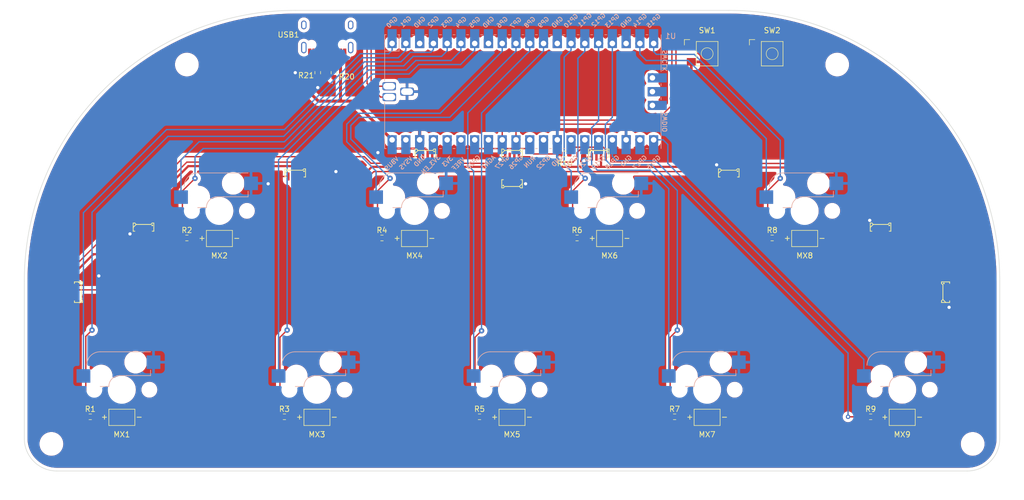
<source format=kicad_pcb>
(kicad_pcb (version 20211014) (generator pcbnew)
  (title_block (title "Pico Controller for Pop'n Music"))
  (layers (0 "F.Cu" signal) (31 "B.Cu" signal) (34 "B.Paste" user) (35 "F.Paste" user) (36 "B.SilkS" user "B.Silkscreen") (37 "F.SilkS" user "F.Silkscreen") (38 "B.Mask" user) (39 "F.Mask" user) (44 "Edge.Cuts" user))
  (net 0 "")
  (net 1 "Net-(LED1-Pad1)")
  (net 2 "GND")
  (net 3 "Net-(LED1-Pad3)")
  (net 4 "+5V")
  (net 5 "Net-(LED2-Pad3)")
  (net 6 "Net-(LED3-Pad3)")
  (net 7 "Net-(LED4-Pad3)")
  (net 8 "Net-(LED5-Pad3)")
  (net 9 "Net-(LED6-Pad3)")
  (net 10 "Net-(LED7-Pad3)")
  (net 11 "Net-(LED8-Pad3)")
  (net 12 "Net-(LED10-Pad1)")
  (net 14 "Net-(MX1-Pad3)")
  (net 15 "Net-(MX1-Pad1)")
  (net 16 "Net-(MX2-Pad3)")
  (net 17 "Net-(MX2-Pad1)")
  (net 18 "Net-(MX3-Pad3)")
  (net 19 "Net-(MX3-Pad1)")
  (net 20 "Net-(MX4-Pad3)")
  (net 21 "Net-(MX4-Pad1)")
  (net 22 "Net-(MX5-Pad3)")
  (net 23 "Net-(MX5-Pad1)")
  (net 24 "Net-(MX6-Pad3)")
  (net 25 "Net-(MX6-Pad1)")
  (net 26 "Net-(MX7-Pad3)")
  (net 27 "Net-(MX7-Pad1)")
  (net 28 "Net-(MX8-Pad3)")
  (net 29 "Net-(MX8-Pad1)")
  (net 30 "Net-(MX9-Pad3)")
  (net 31 "Net-(MX9-Pad1)")
  (net 32 "Net-(R20-Pad1)")
  (net 33 "Net-(R21-Pad1)")
  (net 34 "Net-(R1-Pad1)")
  (net 35 "Net-(R2-Pad1)")
  (net 36 "Net-(R3-Pad1)")
  (net 37 "Net-(R4-Pad1)")
  (net 38 "Net-(R5-Pad1)")
  (net 39 "Net-(R6-Pad1)")
  (net 40 "Net-(R7-Pad1)")
  (net 41 "Net-(R8-Pad1)")
  (net 42 "Net-(U1-Pad24)")
  (net 43 "Net-(R10-Pad1)")
  (net 44 "Net-(SW1-Pad1)")
  (net 45 "Net-(SW2-Pad1)")
  (net 46 "Net-(U1-PadTP2)")
  (net 47 "Net-(U1-PadTP3)")
  (footprint "MX_Only:MXOnly-Popn_Button-Hotswap-LED" (layer "F.Cu") (at 183.32 132.4)
    (fp_text reference "MX7")
    (fp_text value "MX-BUTTON")
  )
  (footprint "agg:WS2812B-4020" (layer "F.Cu") (at 147.32 88.750644)
    (fp_text reference "LED2")
    (fp_text value "WS2812B-4020")
  )
  (footprint "Resistor_SMD:R_0603_1608Metric" (layer "F.Cu") (at 69.495 137.4)
    (fp_text reference "R1")
    (fp_text value "220R")
  )
  (footprint "MountingHole:MountingHole_3.2mm_M3" (layer "F.Cu") (at 207.32 72.4)
    (fp_text reference "REF**" hide)
    (fp_text value "MountingHole_3.2mm_M3")
  )
  (footprint "Resistor_SMD:R_0603_1608Metric" (layer "F.Cu") (at 157.07 88.9)
    (fp_text reference "R10")
    (fp_text value "220R")
  )
  (footprint "Resistor_SMD:R_0603_1608Metric" (layer "F.Cu") (at 195.32 104.4)
    (fp_text reference "R8")
    (fp_text value "220R")
  )
  (footprint "MX_Only:MXOnly-Popn_Button-Hotswap-LED" (layer "F.Cu") (at 219.32 132.4)
    (fp_text reference "MX9")
    (fp_text value "MX-BUTTON")
  )
  (footprint "agg:WS2812B-4020" (layer "F.Cu") (at 187.32 92.4)
    (fp_text reference "LED8")
    (fp_text value "WS2812B-4020")
  )
  (footprint "agg:WS2812B-4020" (layer "F.Cu") (at 163.32 88.750644)
    (fp_text reference "LED1")
    (fp_text value "WS2812B-4020")
  )
  (footprint "MountingHole:MountingHole_3.2mm_M3" (layer "F.Cu") (at 232.32 142.4)
    (fp_text reference "REF**" hide)
    (fp_text value "MountingHole_3.2mm_M3")
  )
  (footprint "Resistor_SMD:R_0603_1608Metric" (layer "F.Cu") (at 159.32 104.4)
    (fp_text reference "R6")
    (fp_text value "220R")
  )
  (footprint "Resistor_SMD:R_0603_1608Metric" (layer "F.Cu") (at 123.32 104.4)
    (fp_text reference "R4")
    (fp_text value "220R")
  )
  (footprint "agg:WS2812B-4020" (layer "F.Cu") (at 147.32 94.4 180)
    (fp_text reference "LED7")
    (fp_text value "WS2812B-4020")
  )
  (footprint "Resistor_SMD:R_0603_1608Metric" (layer "F.Cu") (at 105.32 137.4)
    (fp_text reference "R3")
    (fp_text value "220R")
  )
  (footprint "MX_Only:MXOnly-Popn_Button-Hotswap-LED" (layer "F.Cu") (at 201.32 99.4)
    (fp_text reference "MX8")
    (fp_text value "MX-BUTTON")
  )
  (footprint "agg:WS2812B-4020" (layer "F.Cu") (at 131.32 88.750644)
    (fp_text reference "LED3")
    (fp_text value "WS2812B-4020")
  )
  (footprint "MX_Only:MXOnly-Popn_Button-Hotswap-LED" (layer "F.Cu") (at 75.32 132.4)
    (fp_text reference "MX1")
    (fp_text value "MX-BUTTON")
  )
  (footprint "agg:WS2812B-4020" (layer "F.Cu") (at 79.32 102.4)
    (fp_text reference "LED5")
    (fp_text value "WS2812B-4020")
  )
  (footprint "MX_Only:MXOnly-Popn_Button-Hotswap-LED" (layer "F.Cu") (at 147.32 132.4)
    (fp_text reference "MX5")
    (fp_text value "MX-BUTTON")
  )
  (footprint "MX_Only:MXOnly-Popn_Button-Hotswap-LED" (layer "F.Cu") (at 129.32 99.4)
    (fp_text reference "MX4")
    (fp_text value "MX-BUTTON")
  )
  (footprint "MX_Only:MXOnly-Popn_Button-Hotswap-LED" (layer "F.Cu") (at 165.32 99.4)
    (fp_text reference "MX6")
    (fp_text value "MX-BUTTON")
  )
  (footprint "Resistor_SMD:R_0603_1608Metric" (layer "F.Cu") (at 114.47 73.9 -90)
    (fp_text reference "R20")
    (fp_text value "5K1")
  )
  (footprint "MountingHole:MountingHole_3.2mm_M3" (layer "F.Cu") (at 62.32 142.4)
    (fp_text reference "REF**" hide)
    (fp_text value "MountingHole_3.2mm_M3")
  )
  (footprint "MX_Only:MXOnly-Popn_Button-Hotswap-LED" (layer "F.Cu") (at 93.32 99.4)
    (fp_text reference "MX2")
    (fp_text value "MX-BUTTON")
  )
  (footprint "Resistor_SMD:R_0603_1608Metric" (layer "F.Cu") (at 87.32 104.4)
    (fp_text reference "R2")
    (fp_text value "220R")
  )
  (footprint "Resistor_SMD:R_0603_1608Metric" (layer "F.Cu") (at 111.47 73.9 -90)
    (fp_text reference "R21")
    (fp_text value "5K1")
  )
  (footprint "K2-1102SP-C4SC-04:KAN4542-0701C" (layer "F.Cu") (at 183.32 70.4)
    (fp_text reference "SW1")
    (fp_text value "KAN4542-0701C")
  )
  (footprint "Resistor_SMD:R_0603_1608Metric" (layer "F.Cu") (at 177.32 137.4)
    (fp_text reference "R7")
    (fp_text value "220R")
  )
  (footprint "agg:WS2812B-4020" (layer "F.Cu") (at 67.32 114.4 -90)
    (fp_text reference "LED4")
    (fp_text value "WS2812B-4020")
  )
  (footprint "agg:WS2812B-4020" (layer "F.Cu") (at 227.32 114.4 90)
    (fp_text reference "LED10")
    (fp_text value "WS2812B-4020")
  )
  (footprint "K2-1102SP-C4SC-04:KAN4542-0701C" (layer "F.Cu") (at 195.32 70.4)
    (fp_text reference "SW2")
    (fp_text value "KAN4542-0701C")
  )
  (footprint "MountingHole:MountingHole_3.2mm_M3" (layer "F.Cu") (at 87.32 72.4)
    (fp_text reference "REF**" hide)
    (fp_text value "MountingHole_3.2mm_M3")
  )
  (footprint "agg:WS2812B-4020" (layer "F.Cu") (at 107.32 92.4)
    (fp_text reference "LED6")
    (fp_text value "WS2812B-4020")
  )
  (footprint "MX_Only:MXOnly-Popn_Button-Hotswap-LED" (layer "F.Cu") (at 111.32 132.4)
    (fp_text reference "MX3")
    (fp_text value "MX-BUTTON")
  )
  (footprint "Resistor_SMD:R_0603_1608Metric" (layer "F.Cu") (at 213.495 137.4)
    (fp_text reference "R9")
    (fp_text value "220R")
  )
  (footprint "agg:WS2812B-4020" (layer "F.Cu") (at 215.32 102.4)
    (fp_text reference "LED9")
    (fp_text value "WS2812B-4020")
  )
  (footprint "Resistor_SMD:R_0603_1608Metric" (layer "F.Cu") (at 141.32 137.4)
    (fp_text reference "R5")
    (fp_text value "220R")
  )
  (footprint "Type-C:HRO-TYPE-C-31-M-12-Assembly" (layer "F.Cu") (at 113.22 62.4875 180)
    (fp_text reference "USB1")
    (fp_text value "U262-161N-4BVC11")
  )
  (footprint "MCU_RaspberryPi_and_Boards:RPi_Pico_SMD" (layer "B.Cu") (at 149.32 77.4 -90)
    (fp_text reference "U1")
    (fp_text value "Pico")
  )
  (gr_arc (start 57.32 112.4) (mid 71.964661 77.044661) (end 107.32 62.4) (layer "Edge.Cuts") (width 0.1))
  (gr_line (start 63.32 147.4) (end 231.32 147.4) (layer "Edge.Cuts") (width 0.1))
  (gr_line (start 57.32 112.4) (end 57.32 141.4) (layer "Edge.Cuts") (width 0.1))
  (gr_line (start 237.32 141.4) (end 237.32 112.4) (layer "Edge.Cuts") (width 0.1))
  (gr_arc (start 237.32 141.4) (mid 235.562641 145.642641) (end 231.32 147.4) (layer "Edge.Cuts") (width 0.1))
  (gr_line (start 187.32 62.4) (end 107.32 62.4) (layer "Edge.Cuts") (width 0.1))
  (gr_arc (start 63.32 147.4) (mid 59.077359 145.642641) (end 57.32 141.4) (layer "Edge.Cuts") (width 0.1))
  (gr_arc (start 187.32 62.4) (mid 222.675339 77.044661) (end 237.32 112.4) (layer "Edge.Cuts") (width 0.1))
  (segment (start 164.595 89.400644) (end 164.595 88.100322) (width 0.25) (layer "F.Cu") (net 1))
  (segment (start 164.595 88.100322) (end 164.144678 87.65) (width 0.25) (layer "F.Cu") (net 1))
  (segment (start 157.895 88.075) (end 157.895 88.9) (width 0.25) (layer "F.Cu") (net 1))
  (segment (start 158.32 87.65) (end 157.895 88.075) (width 0.25) (layer "F.Cu") (net 1))
  (segment (start 164.144678 87.65) (end 158.32 87.65) (width 0.25) (layer "F.Cu") (net 1))
  (segment (start 122.57 88.65) (end 123.320644 89.400644) (width 0.25) (layer "F.Cu") (net 2))
  (segment (start 130.27 83.6) (end 129.07 82.4) (width 0.6) (layer "F.Cu") (net 2))
  (segment (start 118.57 76.15) (end 118.57 73.4) (width 0.6) (layer "F.Cu") (net 2))
  (segment (start 145.57 89.4) (end 145.570644 89.400644) (width 0.25) (layer "F.Cu") (net 2))
  (segment (start 149.17 93.75) (end 148.595 93.75) (width 0.25) (layer "F.Cu") (net 2))
  (segment (start 214.045 101.875) (end 214.045 103.05) (width 0.25) (layer "F.Cu") (net 2))
  (segment (start 66.67 113.125) (end 69.345 113.125) (width 0.25) (layer "F.Cu") (net 2))
  (segment (start 106.045 93.05) (end 103.67 93.05) (width 0.25) (layer "F.Cu") (net 2))
  (segment (start 124.82 82.4) (end 118.57 76.15) (width 0.6) (layer "F.Cu") (net 2))
  (segment (start 145.07 89.9) (end 145.57 89.4) (width 0.25) (layer "F.Cu") (net 2))
  (segment (start 129.07 82.4) (end 124.82 82.4) (width 0.6) (layer "F.Cu") (net 2))
  (segment (start 145.570644 89.400644) (end 146.045 89.400644) (width 0.25) (layer "F.Cu") (net 2))
  (segment (start 161.319356 89.400644) (end 160.57 90.15) (width 0.25) (layer "F.Cu") (net 2))
  (segment (start 213.32 101.15) (end 214.045 101.875) (width 0.25) (layer "F.Cu") (net 2))
  (segment (start 162.045 89.400644) (end 161.319356 89.400644) (width 0.25) (layer "F.Cu") (net 2))
  (segment (start 76.82 103.65) (end 77.42 103.05) (width 0.25) (layer "F.Cu") (net 2))
  (segment (start 123.320644 89.400644) (end 130.045 89.400644) (width 0.25) (layer "F.Cu") (net 2))
  (segment (start 69.345 113.125) (end 71.07 111.4) (width 0.25) (layer "F.Cu") (net 2))
  (segment (start 186.045 91.875) (end 185.07 90.9) (width 0.25) (layer "F.Cu") (net 2))
  (segment (start 118.57 73.4) (end 116.445 71.275) (width 0.6) (layer "F.Cu") (net 2))
  (segment (start 77.42 103.05) (end 78.045 103.05) (width 0.25) (layer "F.Cu") (net 2))
  (segment (start 109.995 71.225) (end 108.82 72.4) (width 0.25) (layer "F.Cu") (net 2))
  (segment (start 116.445 71.275) (end 116.445 70.1825) (width 0.6) (layer "F.Cu") (net 2))
  (segment (start 130.27 86.29) (end 130.27 83.6) (width 0.6) (layer "F.Cu") (net 2))
  (segment (start 186.045 93.05) (end 186.045 91.875) (width 0.25) (layer "F.Cu") (net 2))
  (segment (start 108.82 72.4) (end 107.32 73.9) (width 0.25) (layer "F.Cu") (net 2))
  (segment (start 149.82 94.4) (end 149.17 93.75) (width 0.25) (layer "F.Cu") (net 2))
  (segment (start 227.97 115.675) (end 227.97 117.198093) (width 0.25) (layer "F.Cu") (net 2))
  (segment (start 109.995 70.1825) (end 109.995 71.225) (width 0.25) (layer "F.Cu") (net 2))
  (segment (start 103.67 93.05) (end 102.32 94.4) (width 0.25) (layer "F.Cu") (net 2))
  (via (at 76.82 103.65) (size 1) (drill 0.6) (layers "F.Cu" "B.Cu") (net 2))
  (via (at 107.32 73.9) (size 1) (drill 0.6) (layers "F.Cu" "B.Cu") (net 2))
  (via (at 102.32 94.4) (size 1) (drill 0.6) (layers "F.Cu" "B.Cu") (net 2))
  (via (at 122.57 88.65) (size 1) (drill 0.6) (layers "F.Cu" "B.Cu") (net 2))
  (via (at 227.96793 117.200163) (size 1) (drill 0.6) (layers "F.Cu" "B.Cu") (net 2))
  (via (at 149.82 94.4) (size 1) (drill 0.6) (layers "F.Cu" "B.Cu") (net 2))
  (via (at 145.07 89.9) (size 1) (drill 0.6) (layers "F.Cu" "B.Cu") (net 2))
  (via (at 111.47 76.65) (size 1) (drill 0.6) (layers "F.Cu" "B.Cu") (net 2))
  (via (at 160.57 90.15) (size 1) (drill 0.6) (layers "F.Cu" "B.Cu") (net 2))
  (via (at 185.07 90.9) (size 1) (drill 0.6) (layers "F.Cu" "B.Cu") (net 2))
  (via (at 114.82 92.15) (size 1) (drill 0.6) (layers "F.Cu" "B.Cu") (net 2))
  (via (at 213.32 101.15) (size 1) (drill 0.6) (layers "F.Cu" "B.Cu") (net 2))
  (via (at 71.07 111.4) (size 1) (drill 0.6) (layers "F.Cu" "B.Cu") (net 2))
  (segment (start 158.57 90.4) (end 151.57 90.4) (width 0.25) (layer "F.Cu") (net 3))
  (segment (start 162.57 88.15) (end 159.82 88.15) (width 0.25) (layer "F.Cu") (net 3))
  (segment (start 151.57 90.4) (end 150.570644 89.400644) (width 0.25) (layer "F.Cu") (net 3))
  (segment (start 159.32 89.65) (end 158.57 90.4) (width 0.25) (layer "F.Cu") (net 3))
  (segment (start 159.32 88.65) (end 159.32 89.65) (width 0.25) (layer "F.Cu") (net 3))
  (segment (start 162.895 88.475) (end 162.57 88.15) (width 0.25) (layer "F.Cu") (net 3))
  (segment (start 150.570644 89.400644) (end 148.595 89.400644) (width 0.25) (layer "F.Cu") (net 3))
  (segment (start 162.895 89.400644) (end 162.895 88.475) (width 0.25) (layer "F.Cu") (net 3))
  (segment (start 159.82 88.15) (end 159.32 88.65) (width 0.25) (layer "F.Cu") (net 3))
  (segment (start 118.05 79.15) (end 125.19 86.29) (width 0.55) (layer "F.Cu") (net 4))
  (segment (start 229.57 112.65) (end 229.57 113.65) (width 0.4) (layer "F.Cu") (net 4))
  (segment (start 70.07 107.4) (end 65.07 112.4) (width 0.4) (layer "F.Cu") (net 4))
  (segment (start 108.57 95.15) (end 107.745 94.325) (width 0.4) (layer "F.Cu") (net 4))
  (segment (start 163.692779 91.277221) (end 180.692779 91.277221) (width 0.4) (layer "F.Cu") (net 4))
  (segment (start 163.692779 91.277221) (end 147.692779 91.277221) (width 0.4) (layer "F.Cu") (net 4))
  (segment (start 146.895 91.9) (end 146.895 93.75) (width 0.4) (layer "F.Cu") (net 4))
  (segment (start 147.692779 91.277221) (end 147.442779 91.277221) (width 0.4) (layer "F.Cu") (net 4))
  (segment (start 229.245 113.975) (end 227.97 113.975) (width 0.4) (layer "F.Cu") (net 4))
  (segment (start 187.745 91.85) (end 188.195 91.4) (width 0.4) (layer "F.Cu") (net 4))
  (segment (start 111.32 78.9) (end 111.57 79.15) (width 0.55) (layer "F.Cu") (net 4))
  (segment (start 76.57 107.4) (end 70.07 107.4) (width 0.4) (layer "F.Cu") (net 4))
  (segment (start 115.67 70.1825) (end 115.67 79.15) (width 0.55) (layer "F.Cu") (net 4))
  (segment (start 220.57 112.15) (end 229.07 112.15) (width 0.4) (layer "F.Cu") (net 4))
  (segment (start 163.745 91.225) (end 163.692779 91.277221) (width 0.4) (layer "F.Cu") (net 4))
  (segment (start 215.745 95.825) (end 215.745 103.05) (width 0.4) (layer "F.Cu") (net 4))
  (segment (start 125.19 86.29) (end 125.19 87.52) (width 0.4) (layer "F.Cu") (net 4))
  (segment (start 187.745 93.05) (end 187.745 91.85) (width 0.4) (layer "F.Cu") (net 4))
  (segment (start 107.745 93.05) (end 107.745 91.575) (width 0.4) (layer "F.Cu") (net 4))
  (segment (start 87.57 91.15) (end 79.745 98.975) (width 0.4) (layer "F.Cu") (net 4))
  (segment (start 229.07 112.15) (end 229.57 112.65) (width 0.4) (layer "F.Cu") (net 4))
  (segment (start 163.745 89.400644) (end 163.745 91.225) (width 0.4) (layer "F.Cu") (net 4))
  (segment (start 111.57 79.15) (end 118.07 79.15) (width 0.55) (layer "F.Cu") (net 4))
  (segment (start 211.32 91.4) (end 215.745 95.825) (width 0.4) (layer "F.Cu") (net 4))
  (segment (start 117.57 95.15) (end 108.57 95.15) (width 0.4) (layer "F.Cu") (net 4))
  (segment (start 110.77 71.7) (end 110.77 70.1825) (width 0.55) (layer "F.Cu") (net 4))
  (segment (start 121.442779 91.277221) (end 117.57 95.15) (width 0.4) (layer "F.Cu") (net 4))
  (segment (start 147.745 91.225) (end 147.692779 91.277221) (width 0.25) (layer "F.Cu") (net 4))
  (segment (start 180.692779 91.277221) (end 180.697221 91.277221) (width 0.4) (layer "F.Cu") (net 4))
  (segment (start 107.745 94.325) (end 107.745 93.05) (width 0.4) (layer "F.Cu") (net 4))
  (segment (start 79.745 104.225) (end 76.57 107.4) (width 0.4) (layer "F.Cu") (net 4))
  (segment (start 187.32 94.65) (end 187.745 94.225) (width 0.4) (layer "F.Cu") (net 4))
  (segment (start 188.195 91.4) (end 211.32 91.4) (width 0.4) (layer "F.Cu") (net 4))
  (segment (start 109.57 77.15) (end 109.57 72.9) (width 0.55) (layer "F.Cu") (net 4))
  (segment (start 147.745 89.400644) (end 147.745 91.225) (width 0.4) (layer "F.Cu") (net 4))
  (segment (start 229.57 113.65) (end 229.245 113.975) (width 0.4) (layer "F.Cu") (net 4))
  (segment (start 125.57 87.9) (end 131.32 87.9) (width 0.4) (layer "F.Cu") (net 4))
  (segment (start 187.745 94.225) (end 187.745 93.05) (width 0.4) (layer "F.Cu") (net 4))
  (segment (start 65.07 114.4) (end 65.495 114.825) (width 0.4) (layer "F.Cu") (net 4))
  (segment (start 131.745 88.325) (end 131.745 89.400644) (width 0.4) (layer "F.Cu") (net 4))
  (segment (start 125.19 87.52) (end 125.57 87.9) (width 0.4) (layer "F.Cu") (net 4))
  (segment (start 215.745 107.325) (end 220.57 112.15) (width 0.4) (layer "F.Cu") (net 4))
  (segment (start 131.32 87.9) (end 131.745 88.325) (width 0.4) (layer "F.Cu") (net 4))
  (segment (start 111.32 78.9) (end 109.57 77.15) (width 0.55) (layer "F.Cu") (net 4))
  (segment (start 109.57 72.9) (end 110.77 71.7) (width 0.55) (layer "F.Cu") (net 4))
  (segment (start 107.32 91.15) (end 87.57 91.15) (width 0.4) (layer "F.Cu") (net 4))
  (segment (start 184.07 94.65) (end 187.32 94.65) (width 0.4) (layer "F.Cu") (net 4))
  (segment (start 107.745 91.575) (end 107.32 91.15) (width 0.4) (layer "F.Cu") (net 4))
  (segment (start 147.442779 91.277221) (end 146.82 91.9) (width 0.4) (layer "F.Cu") (net 4))
  (segment (start 65.495 114.825) (end 66.67 114.825) (width 0.4) (layer "F.Cu") (net 4))
  (segment (start 79.745 98.975) (end 79.745 103.05) (width 0.4) (layer "F.Cu") (net 4))
  (segment (start 180.697221 91.277221) (end 184.07 94.65) (width 0.4) (layer "F.Cu") (net 4))
  (segment (start 79.745 103.05) (end 79.745 104.225) (width 0.4) (layer "F.Cu") (net 4))
  (segment (start 146.82 91.9) (end 144.32 91.9) (width 0.4) (layer "F.Cu") (net 4))
  (segment (start 143.697221 91.277221) (end 121.442779 91.277221) (width 0.4) (layer "F.Cu") (net 4))
  (segment (start 65.07 112.4) (end 65.07 114.4) (width 0.4) (layer "F.Cu") (net 4))
  (segment (start 131.745 89.400644) (end 131.745 91.225) (width 0.4) (layer "F.Cu") (net 4))
  (segment (start 144.32 91.9) (end 143.697221 91.277221) (width 0.4) (layer "F.Cu") (net 4))
  (segment (start 215.745 103.05) (end 215.745 107.325) (width 0.4) (layer "F.Cu") (net 4))
  (segment (start 144.16015 90.624455) (end 132.827305 90.624455) (width 0.25) (layer "F.Cu") (net 5))
  (segment (start 146.895 89.400644) (end 146.895 90.575) (width 0.25) (layer "F.Cu") (net 5))
  (segment (start 132.595 90.39215) (end 132.595 89.400644) (width 0.25) (layer "F.Cu") (net 5))
  (segment (start 132.827305 90.624455) (end 132.595 90.39215) (width 0.25) (layer "F.Cu") (net 5))
  (segment (start 144.685695 91.15) (end 144.16015 90.624455) (width 0.25) (layer "F.Cu") (net 5))
  (segment (start 146.32 91.15) (end 144.685695 91.15) (width 0.25) (layer "F.Cu") (net 5))
  (segment (start 146.895 90.575) (end 146.32 91.15) (width 0.25) (layer "F.Cu") (net 5))
  (segment (start 120.07 89.4) (end 86.82 89.4) (width 0.25) (layer "F.Cu") (net 6))
  (segment (start 64.32 111.9) (end 64.32 115.025) (width 0.25) (layer "F.Cu") (net 6))
  (segment (start 64.97 115.675) (end 66.67 115.675) (width 0.25) (layer "F.Cu") (net 6))
  (segment (start 130.895 90.352357) (end 130.633127 90.61423) (width 0.25) (layer "F.Cu") (net 6))
  (segment (start 64.32 115.025) (end 64.97 115.675) (width 0.25) (layer "F.Cu") (net 6))
  (segment (start 130.633127 90.61423) (end 121.28423 90.61423) (width 0.25) (layer "F.Cu") (net 6))
  (segment (start 130.895 89.400644) (end 130.895 90.352357) (width 0.25) (layer "F.Cu") (net 6))
  (segment (start 86.82 89.4) (end 64.32 111.9) (width 0.25) (layer "F.Cu") (net 6))
  (segment (start 121.28423 90.61423) (end 120.07 89.4) (width 0.25) (layer "F.Cu") (net 6))
  (segment (start 80.595 103.05) (end 80.595 104.375) (width 0.25) (layer "F.Cu") (net 7))
  (segment (start 70.995 113.975) (end 66.67 113.975) (width 0.25) (layer "F.Cu") (net 7))
  (segment (start 80.595 104.375) (end 70.995 113.975) (width 0.25) (layer "F.Cu") (net 7))
  (segment (start 78.895 98.825) (end 78.895 103.05) (width 0.25) (layer "F.Cu") (net 8))
  (segment (start 108.57 92.509817) (end 108.57 91.4) (width 0.25) (layer "F.Cu") (net 8))
  (segment (start 107.57 90.4) (end 87.32 90.4) (width 0.25) (layer "F.Cu") (net 8))
  (segment (start 108.595 92.534817) (end 108.57 92.509817) (width 0.25) (layer "F.Cu") (net 8))
  (segment (start 108.595 93.05) (end 108.595 92.534817) (width 0.25) (layer "F.Cu") (net 8))
  (segment (start 108.57 91.4) (end 107.57 90.4) (width 0.25) (layer "F.Cu") (net 8))
  (segment (start 87.32 90.4) (end 78.895 98.825) (width 0.25) (layer "F.Cu") (net 8))
  (segment (start 143.373059 92.15) (end 121.82 92.15) (width 0.25) (layer "F.Cu") (net 9))
  (segment (start 144.973059 93.75) (end 143.373059 92.15) (width 0.25) (layer "F.Cu") (net 9))
  (segment (start 106.895 94.475) (end 106.895 93.05) (width 0.25) (layer "F.Cu") (net 9))
  (segment (start 118.07 95.9) (end 108.32 95.9) (width 0.25) (layer "F.Cu") (net 9))
  (segment (start 121.82 92.15) (end 118.07 95.9) (width 0.25) (layer "F.Cu") (net 9))
  (segment (start 146.045 93.75) (end 144.973059 93.75) (width 0.25) (layer "F.Cu") (net 9))
  (segment (start 108.32 95.9) (end 106.895 94.475) (width 0.25) (layer "F.Cu") (net 9))
  (segment (start 147.745 93.75) (end 147.745 92.475) (width 0.25) (layer "F.Cu") (net 10))
  (segment (start 180.57 92.15) (end 183.82 95.4) (width 0.25) (layer "F.Cu") (net 10))
  (segment (start 183.82 95.4) (end 187.82 95.4) (width 0.25) (layer "F.Cu") (net 10))
  (segment (start 148.07 92.15) (end 180.57 92.15) (width 0.25) (layer "F.Cu") (net 10))
  (segment (start 188.595 94.625) (end 188.595 93.05) (width 0.25) (layer "F.Cu") (net 10))
  (segment (start 187.82 95.4) (end 188.595 94.625) (width 0.25) (layer "F.Cu") (net 10))
  (segment (start 147.745 92.475) (end 148.07 92.15) (width 0.25) (layer "F.Cu") (net 10))
  (segment (start 216.595 95.675) (end 211.57 90.65) (width 0.25) (layer "F.Cu") (net 11))
  (segment (start 186.895 91.325) (end 186.895 93.05) (width 0.25) (layer "F.Cu") (net 11))
  (segment (start 216.595 103.05) (end 216.595 95.675) (width 0.25) (layer "F.Cu") (net 11))
  (segment (start 187.57 90.65) (end 186.895 91.325) (width 0.25) (layer "F.Cu") (net 11))
  (segment (start 211.57 90.65) (end 187.57 90.65) (width 0.25) (layer "F.Cu") (net 11))
  (segment (start 220.295 113.125) (end 227.97 113.125) (width 0.25) (layer "F.Cu") (net 12))
  (segment (start 214.895 103.05) (end 214.895 107.725) (width 0.25) (layer "F.Cu") (net 12))
  (segment (start 214.895 107.725) (end 220.295 113.125) (width 0.25) (layer "F.Cu") (net 12))
  (segment (start 70.4 137.48) (end 70.32 137.4) (width 0.25) (layer "F.Cu") (net 14))
  (segment (start 73.82 137.48) (end 70.4 137.48) (width 0.25) (layer "F.Cu") (net 14))
  (segment (start 125.19 68.51) (end 125.19 69.78) (width 0.25) (layer "B.Cu") (net 15))
  (segment (start 83.57 84.4) (end 68.235 99.735) (width 0.25) (layer "B.Cu") (net 15))
  (segment (start 68.235 99.735) (end 68.235 129.86) (width 0.25) (layer "B.Cu") (net 15))
  (segment (start 105.32 84.4) (end 83.57 84.4) (width 0.25) (layer "B.Cu") (net 15))
  (segment (start 119.32 70.4) (end 105.32 84.4) (width 0.25) (layer "B.Cu") (net 15))
  (segment (start 125.19 69.78) (end 124.57 70.4) (width 0.25) (layer "B.Cu") (net 15))
  (segment (start 124.57 70.4) (end 119.32 70.4) (width 0.25) (layer "B.Cu") (net 15))
  (segment (start 88.225 104.48) (end 88.145 104.4) (width 0.25) (layer "F.Cu") (net 16))
  (segment (start 91.82 104.48) (end 88.225 104.48) (width 0.25) (layer "F.Cu") (net 16))
  (segment (start 105.32 86.65) (end 89.57 86.65) (width 0.25) (layer "B.Cu") (net 17))
  (segment (start 86.235 89.985) (end 86.235 96.86) (width 0.25) (layer "B.Cu") (net 17))
  (segment (start 120.07 71.9) (end 105.32 86.65) (width 0.25) (layer "B.Cu") (net 17))
  (segment (start 132.81 69.66) (end 132.32 70.15) (width 0.25) (layer "B.Cu") (net 17))
  (segment (start 128.57 70.15) (end 126.82 71.9) (width 0.25) (layer "B.Cu") (net 17))
  (segment (start 132.32 70.15) (end 128.57 70.15) (width 0.25) (layer "B.Cu") (net 17))
  (segment (start 126.82 71.9) (end 120.07 71.9) (width 0.25) (layer "B.Cu") (net 17))
  (segment (start 89.57 86.65) (end 86.235 89.985) (width 0.25) (layer "B.Cu") (net 17))
  (segment (start 132.81 68.51) (end 132.81 69.66) (width 0.25) (layer "B.Cu") (net 17))
  (segment (start 109.82 137.48) (end 106.225 137.48) (width 0.25) (layer "F.Cu") (net 18))
  (segment (start 106.225 137.48) (end 106.145 137.4) (width 0.25) (layer "F.Cu") (net 18))
  (segment (start 129.57 71.65) (end 127.82 73.4) (width 0.25) (layer "B.Cu") (net 19))
  (segment (start 127.82 73.4) (end 120.82 73.4) (width 0.25) (layer "B.Cu") (net 19))
  (segment (start 136.07 71.65) (end 129.57 71.65) (width 0.25) (layer "B.Cu") (net 19))
  (segment (start 104.235 89.985) (end 104.235 129.86) (width 0.25) (layer "B.Cu") (net 19))
  (segment (start 120.82 73.4) (end 104.235 89.985) (width 0.25) (layer "B.Cu") (net 19))
  (segment (start 137.89 69.83) (end 136.07 71.65) (width 0.25) (layer "B.Cu") (net 19))
  (segment (start 137.89 68.51) (end 137.89 69.83) (width 0.25) (layer "B.Cu") (net 19))
  (segment (start 124.225 104.48) (end 124.145 104.4) (width 0.25) (layer "F.Cu") (net 20))
  (segment (start 127.82 104.48) (end 124.225 104.48) (width 0.25) (layer "F.Cu") (net 20))
  (segment (start 122.235 92.065) (end 122.235 96.86) (width 0.25) (layer "B.Cu") (net 21))
  (segment (start 145.51 69.96) (end 134.07 81.4) (width 0.25) (layer "B.Cu") (net 21))
  (segment (start 118.82 81.4) (end 116.82 83.4) (width 0.25) (layer "B.Cu") (net 21))
  (segment (start 134.07 81.4) (end 118.82 81.4) (width 0.25) (layer "B.Cu") (net 21))
  (segment (start 116.82 86.65) (end 122.235 92.065) (width 0.25) (layer "B.Cu") (net 21))
  (segment (start 145.51 68.51) (end 145.51 69.96) (width 0.25) (layer "B.Cu") (net 21))
  (segment (start 116.82 83.4) (end 116.82 86.65) (width 0.25) (layer "B.Cu") (net 21))
  (segment (start 142.225 137.48) (end 142.145 137.4) (width 0.25) (layer "F.Cu") (net 22))
  (segment (start 145.82 137.48) (end 142.225 137.48) (width 0.25) (layer "F.Cu") (net 22))
  (segment (start 139.158418 90.988418) (end 140.235 92.065) (width 0.25) (layer "B.Cu") (net 23))
  (segment (start 140.235 92.065) (end 140.235 129.86) (width 0.25) (layer "B.Cu") (net 23))
  (segment (start 150.59 69.88) (end 139.158418 81.311582) (width 0.25) (layer "B.Cu") (net 23))
  (segment (start 150.59 68.51) (end 150.59 69.88) (width 0.25) (layer "B.Cu") (net 23))
  (segment (start 139.158418 81.311582) (end 139.158418 90.988418) (width 0.25) (layer "B.Cu") (net 23))
  (segment (start 160.225 104.48) (end 160.145 104.4) (width 0.25) (layer "F.Cu") (net 24))
  (segment (start 163.82 104.48) (end 160.225 104.48) (width 0.25) (layer "F.Cu") (net 24))
  (segment (start 156.938388 71.031612) (end 156.938388 90.768388) (width 0.25) (layer "B.Cu") (net 25))
  (segment (start 156.938388 90.768388) (end 158.235 92.065) (width 0.25) (layer "B.Cu") (net 25))
  (segment (start 158.21 69.76) (end 156.938388 71.031612) (width 0.25) (layer "B.Cu") (net 25))
  (segment (start 158.235 92.065) (end 158.235 96.86) (width 0.25) (layer "B.Cu") (net 25))
  (segment (start 158.21 68.51) (end 158.21 69.76) (width 0.25) (layer "B.Cu") (net 25))
  (segment (start 181.82 137.48) (end 178.225 137.48) (width 0.25) (layer "F.Cu") (net 26))
  (segment (start 178.225 137.48) (end 178.145 137.4) (width 0.25) (layer "F.Cu") (net 26))
  (segment (start 176.235 95.315) (end 176.235 129.86) (width 0.25) (layer "B.Cu") (net 27))
  (segment (start 163.29 68.51) (end 163.29 82.775) (width 0.25) (layer "B.Cu") (net 27))
  (segment (start 163.081 91.9) (end 172.82 91.9) (width 0.25) (layer "B.Cu") (net 27))
  (segment (start 162.009966 84.055034) (end 162.009966 90.828966) (width 0.25) (layer "B.Cu") (net 27))
  (segment (start 163.29 82.775) (end 162.009966 84.055034) (width 0.25) (layer "B.Cu") (net 27))
  (segment (start 162.009966 90.828966) (end 163.081 91.9) (width 0.25) (layer "B.Cu") (net 27))
  (segment (start 172.82 91.9) (end 176.235 95.315) (width 0.25) (layer "B.Cu") (net 27))
  (segment (start 199.82 104.48) (end 196.225 104.48) (width 0.25) (layer "F.Cu") (net 28))
  (segment (start 196.225 104.48) (end 196.145 104.4) (width 0.25) (layer "F.Cu") (net 28))
  (segment (start 179.82 71.65) (end 194.235 86.065) (width 0.25) (layer "B.Cu") (net 29))
  (segment (start 194.235 86.065) (end 194.235 96.86) (width 0.25) (layer "B.Cu") (net 29))
  (segment (start 172.07 71.65) (end 170.91 70.49) (width 0.25) (layer "B.Cu") (net 29))
  (segment (start 170.91 70.49) (end 170.91 68.51) (width 0.25) (layer "B.Cu") (net 29))
  (segment (start 179.82 71.65) (end 172.07 71.65) (width 0.25) (layer "B.Cu") (net 29))
  (segment (start 214.4 137.48) (end 214.32 137.4) (width 0.25) (layer "F.Cu") (net 30))
  (segment (start 217.82 137.48) (end 214.4 137.48) (width 0.25) (layer "F.Cu") (net 30))
  (segment (start 173.45 86.29) (end 175.21 86.29) (width 0.25) (layer "B.Cu") (net 31))
  (segment (start 176.07 87.15) (end 176.07 90.65) (width 0.25) (layer "B.Cu") (net 31))
  (segment (start 176.07 90.65) (end 212.235 126.815) (width 0.25) (layer "B.Cu") (net 31))
  (segment (start 175.21 86.29) (end 176.07 87.15) (width 0.25) (layer "B.Cu") (net 31))
  (segment (start 212.235 126.815) (end 212.235 129.86) (width 0.25) (layer "B.Cu") (net 31))
  (segment (start 114.47 73.075) (end 114.47 70.1825) (width 0.25) (layer "F.Cu") (net 32))
  (segment (start 111.47 73.075) (end 111.47 70.1825) (width 0.25) (layer "F.Cu") (net 33))
  (segment (start 68.67 122.55) (end 68.67 137.4) (width 0.25) (layer "F.Cu") (net 34))
  (segment (start 69.82 121.4) (end 68.67 122.55) (width 0.25) (layer "F.Cu") (net 34))
  (via (at 69.82 121.4) (size 1) (drill 0.4) (layers "F.Cu" "B.Cu") (net 34))
  (segment (start 69.82 121.4) (end 69.82 99.65) (width 0.25) (layer "B.Cu") (net 34))
  (segment (start 126.32 71.15) (end 127.73 69.74) (width 0.25) (layer "B.Cu") (net 34))
  (segment (start 83.82 85.65) (end 105.195 85.65) (width 0.25) (layer "B.Cu") (net 34))
  (segment (start 127.73 69.74) (end 127.73 68.51) (width 0.25) (layer "B.Cu") (net 34))
  (segment (start 105.195 85.65) (end 119.695 71.15) (width 0.25) (layer "B.Cu") (net 34))
  (segment (start 119.695 71.15) (end 126.32 71.15) (width 0.25) (layer "B.Cu") (net 34))
  (segment (start 69.82 99.65) (end 83.82 85.65) (width 0.25) (layer "B.Cu") (net 34))
  (segment (start 86.495 95.725) (end 88.82 93.4) (width 0.25) (layer "F.Cu") (net 35))
  (segment (start 86.495 104.4) (end 86.495 95.725) (width 0.25) (layer "F.Cu") (net 35))
  (via (at 88.82 93.4) (size 1) (drill 0.4) (layers "F.Cu" "B.Cu") (net 35))
  (segment (start 120.445 72.65) (end 105.195 87.9) (width 0.25) (layer "B.Cu") (net 35))
  (segment (start 88.82 89.4) (end 88.82 93.4) (width 0.25) (layer "B.Cu") (net 35))
  (segment (start 105.195 87.9) (end 90.32 87.9) (width 0.25) (layer "B.Cu") (net 35))
  (segment (start 135.35 68.51) (end 135.35 69.87) (width 0.25) (layer "B.Cu") (net 35))
  (segment (start 134.32 70.9) (end 129.07 70.9) (width 0.25) (layer "B.Cu") (net 35))
  (segment (start 90.32 87.9) (end 88.82 89.4) (width 0.25) (layer "B.Cu") (net 35))
  (segment (start 129.07 70.9) (end 127.32 72.65) (width 0.25) (layer "B.Cu") (net 35))
  (segment (start 127.32 72.65) (end 120.445 72.65) (width 0.25) (layer "B.Cu") (net 35))
  (segment (start 135.35 69.87) (end 134.32 70.9) (width 0.25) (layer "B.Cu") (net 35))
  (segment (start 105.82 121.4) (end 104.495 122.725) (width 0.25) (layer "F.Cu") (net 36))
  (segment (start 104.495 122.725) (end 104.495 137.4) (width 0.25) (layer "F.Cu") (net 36))
  (via (at 105.82 121.4) (size 1) (drill 0.4) (layers "F.Cu" "B.Cu") (net 36))
  (segment (start 128.32 74.15) (end 130.07 72.4) (width 0.25) (layer "B.Cu") (net 36))
  (segment (start 121.57 74.15) (end 128.32 74.15) (width 0.25) (layer "B.Cu") (net 36))
  (segment (start 130.07 72.4) (end 137.82 72.4) (width 0.25) (layer "B.Cu") (net 36))
  (segment (start 140.43 69.79) (end 140.43 68.51) (width 0.25) (layer "B.Cu") (net 36))
  (segment (start 105.82 121.4) (end 105.82 89.9) (width 0.25) (layer "B.Cu") (net 36))
  (segment (start 105.82 89.9) (end 121.57 74.15) (width 0.25) (layer "B.Cu") (net 36))
  (segment (start 137.82 72.4) (end 140.43 69.79) (width 0.25) (layer "B.Cu") (net 36))
  (segment (start 122.495 104.4) (end 122.495 95.725) (width 0.25) (layer "F.Cu") (net 37))
  (segment (start 122.495 95.725) (end 124.82 93.4) (width 0.25) (layer "F.Cu") (net 37))
  (via (at 124.82 93.4) (size 1) (drill 0.4) (layers "F.Cu" "B.Cu") (net 37))
  (segment (start 148.05 68.51) (end 148.05 69.92) (width 0.25) (layer "B.Cu") (net 37))
  (segment (start 119.07 82.15) (end 117.57 83.65) (width 0.25) (layer "B.Cu") (net 37))
  (segment (start 135.82 82.15) (end 119.07 82.15) (width 0.25) (layer "B.Cu") (net 37))
  (segment (start 117.57 83.65) (end 117.57 86.15) (width 0.25) (layer "B.Cu") (net 37))
  (segment (start 148.05 69.92) (end 135.82 82.15) (width 0.25) (layer "B.Cu") (net 37))
  (segment (start 117.57 86.15) (end 124.82 93.4) (width 0.25) (layer "B.Cu") (net 37))
  (segment (start 140.495 122.723364) (end 140.495 137.4) (width 0.25) (layer "F.Cu") (net 38))
  (segment (start 141.694182 121.524182) (end 140.495 122.723364) (width 0.25) (layer "F.Cu") (net 38))
  (via (at 141.694182 121.524182) (size 1) (drill 0.4) (layers "F.Cu" "B.Cu") (net 38))
  (segment (start 141.694182 121.524182) (end 141.694182 81.337519) (width 0.25) (layer "B.Cu") (net 38))
  (segment (start 141.694182 81.337519) (end 153.13 69.901701) (width 0.25) (layer "B.Cu") (net 38))
  (segment (start 153.13 69.901701) (end 153.13 68.51) (width 0.25) (layer "B.Cu") (net 38))
  (segment (start 158.495 95.725) (end 160.82 93.4) (width 0.25) (layer "F.Cu") (net 39))
  (segment (start 158.495 104.4) (end 158.495 95.725) (width 0.25) (layer "F.Cu") (net 39))
  (via (at 160.82 93.4) (size 1) (drill 0.4) (layers "F.Cu" "B.Cu") (net 39))
  (segment (start 159.475807 71.244193) (end 159.475807 92.055807) (width 0.25) (layer "B.Cu") (net 39))
  (segment (start 159.475807 92.055807) (end 160.82 93.4) (width 0.25) (layer "B.Cu") (net 39))
  (segment (start 160.75 68.51) (end 160.75 69.97) (width 0.25) (layer "B.Cu") (net 39))
  (segment (start 160.75 69.97) (end 159.475807 71.244193) (width 0.25) (layer "B.Cu") (net 39))
  (segment (start 176.495 122.725) (end 176.495 137.4) (width 0.25) (layer "F.Cu") (net 40))
  (segment (start 177.82 121.4) (end 176.495 122.725) (width 0.25) (layer "F.Cu") (net 40))
  (via (at 177.82 121.4) (size 1) (drill 0.4) (layers "F.Cu" "B.Cu") (net 40))
  (segment (start 164.545114 83.424886) (end 164.545114 89.935114) (width 0.25) (layer "B.Cu") (net 40))
  (segment (start 165.51 90.9) (end 173.07 90.9) (width 0.25) (layer "B.Cu") (net 40))
  (segment (start 165.83 82.14) (end 164.545114 83.424886) (width 0.25) (layer "B.Cu") (net 40))
  (segment (start 165.83 68.51) (end 165.83 82.14) (width 0.25) (layer "B.Cu") (net 40))
  (segment (start 164.545114 89.935114) (end 165.51 90.9) (width 0.25) (layer "B.Cu") (net 40))
  (segment (start 177.82 95.65) (end 177.82 121.4) (width 0.25) (layer "B.Cu") (net 40))
  (segment (start 173.07 90.9) (end 177.82 95.65) (width 0.25) (layer "B.Cu") (net 40))
  (segment (start 194.495 104.4) (end 194.495 95.725) (width 0.25) (layer "F.Cu") (net 41))
  (segment (start 194.495 95.725) (end 196.82 93.4) (width 0.25) (layer "F.Cu") (net 41))
  (via (at 196.82 93.4) (size 1) (drill 0.4) (layers "F.Cu" "B.Cu") (net 41))
  (segment (start 173.45 70.03) (end 173.45 68.51) (width 0.25) (layer "B.Cu") (net 41))
  (segment (start 196.82 86.4) (end 196.82 93.4) (width 0.25) (layer "B.Cu") (net 41))
  (segment (start 173.945 70.525) (end 173.45 70.03) (width 0.25) (layer "B.Cu") (net 41))
  (segment (start 180.945 70.525) (end 173.945 70.525) (width 0.25) (layer "B.Cu") (net 41))
  (segment (start 180.945 70.525) (end 196.82 86.4) (width 0.25) (layer "B.Cu") (net 41))
  (segment (start 212.67 137.4) (end 209.32 137.4) (width 0.25) (layer "F.Cu") (net 42))
  (via (at 209.32 137.4) (size 0.8) (drill 0.4) (layers "F.Cu" "B.Cu") (net 42))
  (segment (start 165.83 89.315) (end 165.83 86.29) (width 0.25) (layer "B.Cu") (net 42))
  (segment (start 209.32 137.4) (end 209.32 125.65) (width 0.25) (layer "B.Cu") (net 42))
  (segment (start 173.82 90.15) (end 166.665 90.15) (width 0.25) (layer "B.Cu") (net 42))
  (segment (start 209.32 125.65) (end 173.82 90.15) (width 0.25) (layer "B.Cu") (net 42))
  (segment (start 166.665 90.15) (end 165.83 89.315) (width 0.25) (layer "B.Cu") (net 42))
  (segment (start 141.07 87.9) (end 150.32 87.9) (width 0.25) (layer "F.Cu") (net 43))
  (segment (start 140.43 87.26) (end 141.07 87.9) (width 0.25) (layer "F.Cu") (net 43))
  (segment (start 150.32 87.9) (end 151.32 88.9) (width 0.25) (layer "F.Cu") (net 43))
  (segment (start 151.32 88.9) (end 156.245 88.9) (width 0.25) (layer "F.Cu") (net 43))
  (segment (start 140.43 86.29) (end 140.43 87.26) (width 0.25) (layer "F.Cu") (net 43))
  (segment (start 180.395 68.9) (end 178.32 68.9) (width 0.25) (layer "F.Cu") (net 44))
  (segment (start 180.395 68.9) (end 186.245 68.9) (width 0.25) (layer "F.Cu") (net 44))
  (segment (start 174.32 83.4) (end 148.82 83.4) (width 0.25) (layer "F.Cu") (net 44))
  (segment (start 177.57 80.15) (end 174.32 83.4) (width 0.25) (layer "F.Cu") (net 44))
  (segment (start 178.32 68.9) (end 177.57 69.65) (width 0.25) (layer "F.Cu") (net 44))
  (segment (start 148.82 83.4) (end 148.05 84.17) (width 0.25) (layer "F.Cu") (net 44))
  (segment (start 148.05 84.17) (end 148.05 86.225) (width 0.25) (layer "F.Cu") (net 44))
  (segment (start 177.57 69.65) (end 177.57 80.15) (width 0.25) (layer "F.Cu") (net 44))
  (segment (start 147.07 82.65) (end 145.51 84.21) (width 0.25) (layer "F.Cu") (net 45))
  (segment (start 192.395 67.225) (end 191.82 66.65) (width 0.25) (layer "F.Cu") (net 45))
  (segment (start 179.07 66.65) (end 176.82 68.9) (width 0.25) (layer "F.Cu") (net 45))
  (segment (start 192.395 68.9) (end 192.395 67.225) (width 0.25) (layer "F.Cu") (net 45))
  (segment (start 174.07 82.65) (end 147.07 82.65) (width 0.25) (layer "F.Cu") (net 45))
  (segment (start 192.395 68.9) (end 198.245 68.9) (width 0.25) (layer "F.Cu") (net 45))
  (segment (start 176.82 68.9) (end 176.82 79.9) (width 0.25) (layer "F.Cu") (net 45))
  (segment (start 176.82 79.9) (end 174.07 82.65) (width 0.25) (layer "F.Cu") (net 45))
  (segment (start 145.51 84.21) (end 145.51 86.225) (width 0.25) (layer "F.Cu") (net 45))
  (segment (start 191.82 66.65) (end 179.07 66.65) (width 0.25) (layer "F.Cu") (net 45))
  (segment (start 113.691876 71.788621) (end 113.97 71.510497) (width 0.25) (layer "F.Cu") (net 46))
  (segment (start 124.67 78.4) (end 123.07 78.4) (width 0.25) (layer "F.Cu") (net 46))
  (segment (start 113.97 71.510497) (end 113.97 70.1825) (width 0.25) (layer "F.Cu") (net 46))
  (segment (start 113.208621 71.788621) (end 113.691876 71.788621) (width 0.25) (layer "F.Cu") (net 46))
  (segment (start 120.57 75.9) (end 120.57 68.9) (width 0.25) (layer "F.Cu") (net 46))
  (segment (start 123.07 78.4) (end 120.57 75.9) (width 0.25) (layer "F.Cu") (net 46))
  (segment (start 113.97 68.25) (end 113.97 70.1825) (width 0.25) (layer "F.Cu") (net 46))
  (segment (start 119.07 67.4) (end 114.82 67.4) (width 0.25) (layer "F.Cu") (net 46))
  (segment (start 112.97 70.1825) (end 112.97 71.55) (width 0.25) (layer "F.Cu") (net 46))
  (segment (start 114.82 67.4) (end 113.97 68.25) (width 0.25) (layer "F.Cu") (net 46))
  (segment (start 120.57 68.9) (end 119.07 67.4) (width 0.25) (layer "F.Cu") (net 46))
  (segment (start 112.97 71.55) (end 113.208621 71.788621) (width 0.25) (layer "F.Cu") (net 46))
  (segment (start 114.72 66.65) (end 113.845 67.525) (width 0.25) (layer "F.Cu") (net 47))
  (segment (start 124.65 76.4) (end 122.32 76.4) (width 0.25) (layer "F.Cu") (net 47))
  (segment (start 122.32 76.4) (end 121.32 75.4) (width 0.25) (layer "F.Cu") (net 47))
  (segment (start 112.47 68.9) (end 112.47 70.1825) (width 0.25) (layer "F.Cu") (net 47))
  (segment (start 119.57 66.65) (end 114.72 66.65) (width 0.25) (layer "F.Cu") (net 47))
  (segment (start 113.845 67.525) (end 112.47 68.9) (width 0.25) (layer "F.Cu") (net 47))
  (segment (start 121.32 75.4) (end 121.32 68.4) (width 0.25) (layer "F.Cu") (net 47))
  (segment (start 113.47 67.9) (end 113.845 67.525) (width 0.25) (layer "F.Cu") (net 47))
  (segment (start 121.32 68.4) (end 119.57 66.65) (width 0.25) (layer "F.Cu") (net 47))
  (segment (start 113.47 67.9) (end 113.47 70.1825) (width 0.25) (layer "F.Cu") (net 47))
  (zone (net 2) (net_name "GND") (layers F&B.Cu) (connect_pads (clearance 0.6)) (min_thickness 0.5) (fill yes (thermal_gap 0.8) (thermal_bridge_width 0.5))
    (polygon (pts (xy 237.32 152.72) (xy 57.32 152.72) (xy 57.32 62.8075) (xy 237.32 62.72)))
  )
)
</source>
